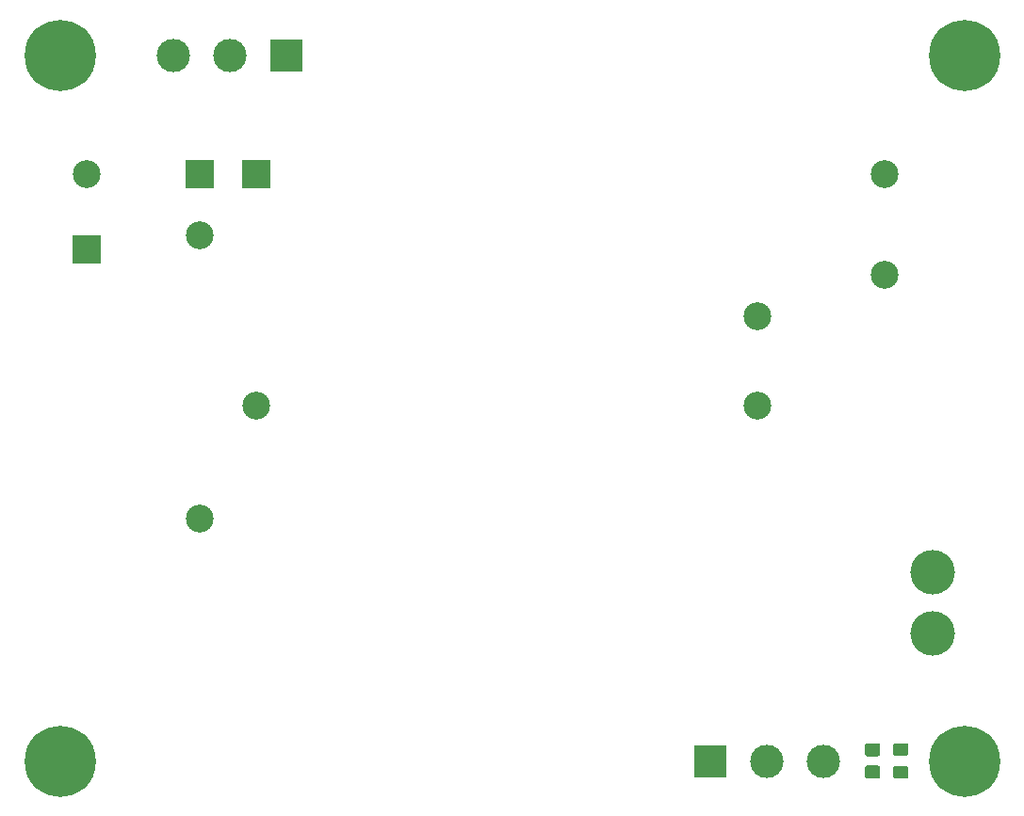
<source format=gbr>
G04 #@! TF.GenerationSoftware,KiCad,Pcbnew,(5.1.9)-1*
G04 #@! TF.CreationDate,2021-03-27T10:15:32+01:00*
G04 #@! TF.ProjectId,IoT12 Power Supply,496f5431-3220-4506-9f77-657220537570,rev?*
G04 #@! TF.SameCoordinates,Original*
G04 #@! TF.FileFunction,Soldermask,Top*
G04 #@! TF.FilePolarity,Negative*
%FSLAX46Y46*%
G04 Gerber Fmt 4.6, Leading zero omitted, Abs format (unit mm)*
G04 Created by KiCad (PCBNEW (5.1.9)-1) date 2021-03-27 10:15:32*
%MOMM*%
%LPD*%
G01*
G04 APERTURE LIST*
%ADD10C,2.500000*%
%ADD11R,2.500000X2.500000*%
%ADD12C,4.000000*%
%ADD13C,0.800000*%
%ADD14C,6.400000*%
%ADD15C,3.000000*%
%ADD16R,3.000000X3.000000*%
G04 APERTURE END LIST*
D10*
X124333000Y-74651500D03*
X185833000Y-78151500D03*
D11*
X124333000Y-69151500D03*
D10*
X185833000Y-69151500D03*
X124333000Y-100151500D03*
G36*
G01*
X185235001Y-121520000D02*
X184334999Y-121520000D01*
G75*
G02*
X184085000Y-121270001I0J249999D01*
G01*
X184085000Y-120569999D01*
G75*
G02*
X184334999Y-120320000I249999J0D01*
G01*
X185235001Y-120320000D01*
G75*
G02*
X185485000Y-120569999I0J-249999D01*
G01*
X185485000Y-121270001D01*
G75*
G02*
X185235001Y-121520000I-249999J0D01*
G01*
G37*
G36*
G01*
X185235001Y-123520000D02*
X184334999Y-123520000D01*
G75*
G02*
X184085000Y-123270001I0J249999D01*
G01*
X184085000Y-122569999D01*
G75*
G02*
X184334999Y-122320000I249999J0D01*
G01*
X185235001Y-122320000D01*
G75*
G02*
X185485000Y-122569999I0J-249999D01*
G01*
X185485000Y-123270001D01*
G75*
G02*
X185235001Y-123520000I-249999J0D01*
G01*
G37*
G36*
G01*
X187775001Y-121470000D02*
X186874999Y-121470000D01*
G75*
G02*
X186625000Y-121220001I0J249999D01*
G01*
X186625000Y-120569999D01*
G75*
G02*
X186874999Y-120320000I249999J0D01*
G01*
X187775001Y-120320000D01*
G75*
G02*
X188025000Y-120569999I0J-249999D01*
G01*
X188025000Y-121220001D01*
G75*
G02*
X187775001Y-121470000I-249999J0D01*
G01*
G37*
G36*
G01*
X187775001Y-123520000D02*
X186874999Y-123520000D01*
G75*
G02*
X186625000Y-123270001I0J249999D01*
G01*
X186625000Y-122619999D01*
G75*
G02*
X186874999Y-122370000I249999J0D01*
G01*
X187775001Y-122370000D01*
G75*
G02*
X188025000Y-122619999I0J-249999D01*
G01*
X188025000Y-123270001D01*
G75*
G02*
X187775001Y-123520000I-249999J0D01*
G01*
G37*
D11*
X129413000Y-69151500D03*
D10*
X174413000Y-81951500D03*
X129413000Y-89951500D03*
X174413000Y-89951500D03*
D12*
X190198400Y-104914200D03*
D10*
X114198400Y-69164200D03*
D12*
X190198400Y-110414200D03*
D11*
X114198400Y-75914200D03*
D13*
X113457056Y-120222944D03*
X111760000Y-119520000D03*
X110062944Y-120222944D03*
X109360000Y-121920000D03*
X110062944Y-123617056D03*
X111760000Y-124320000D03*
X113457056Y-123617056D03*
X114160000Y-121920000D03*
D14*
X111760000Y-121920000D03*
D13*
X113457056Y-56722944D03*
X111760000Y-56020000D03*
X110062944Y-56722944D03*
X109360000Y-58420000D03*
X110062944Y-60117056D03*
X111760000Y-60820000D03*
X113457056Y-60117056D03*
X114160000Y-58420000D03*
D14*
X111760000Y-58420000D03*
D13*
X194737056Y-120222944D03*
X193040000Y-119520000D03*
X191342944Y-120222944D03*
X190640000Y-121920000D03*
X191342944Y-123617056D03*
X193040000Y-124320000D03*
X194737056Y-123617056D03*
X195440000Y-121920000D03*
D14*
X193040000Y-121920000D03*
D13*
X194737056Y-56722944D03*
X193040000Y-56020000D03*
X191342944Y-56722944D03*
X190640000Y-58420000D03*
X191342944Y-60117056D03*
X193040000Y-60820000D03*
X194737056Y-60117056D03*
X195440000Y-58420000D03*
D14*
X193040000Y-58420000D03*
D15*
X180340000Y-121920000D03*
X175260000Y-121920000D03*
D16*
X170180000Y-121920000D03*
D15*
X121920000Y-58420000D03*
X127000000Y-58420000D03*
D16*
X132080000Y-58420000D03*
M02*

</source>
